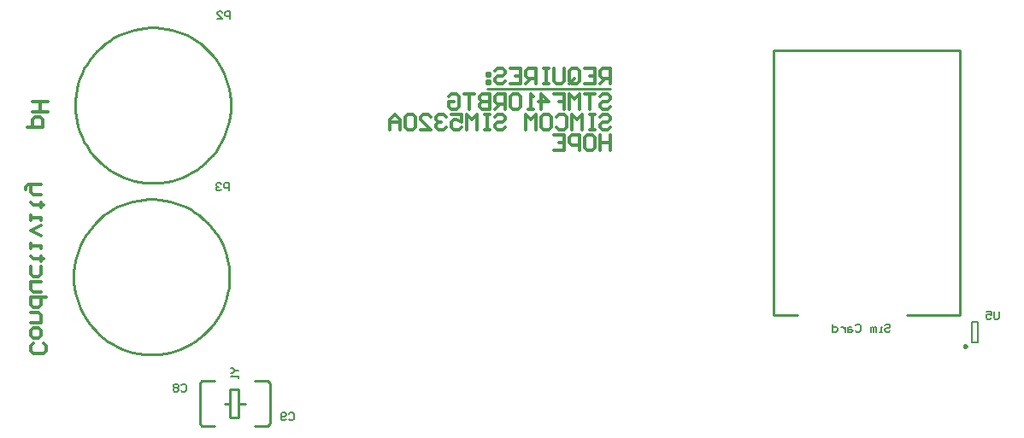
<source format=gbo>
%FSTAX24Y24*%
%MOIN*%
%SFA1B1*%

%IPPOS*%
%ADD30C,0.010000*%
%ADD48C,0.007900*%
%ADD49C,0.009800*%
%ADD51C,0.007000*%
%ADD53C,0.012000*%
%LNsensorplatformv3-1*%
%LPD*%
G54D30*
X008136Y00605D02*
D01*
X008128Y006261*
X008106Y006472*
X008069Y006681*
X008018Y006886*
X007952Y007088*
X007873Y007284*
X00778Y007475*
X007674Y007658*
X007556Y007834*
X007425Y008001*
X007283Y008158*
X007131Y008306*
X006969Y008442*
X006797Y008566*
X006618Y008679*
X00643Y008778*
X006237Y008864*
X006038Y008937*
X005834Y008995*
X005627Y009039*
X005417Y009069*
X005205Y009084*
X004994*
X004782Y009069*
X004572Y009039*
X004365Y008995*
X004161Y008937*
X003962Y008864*
X003769Y008778*
X003581Y008679*
X003402Y008566*
X00323Y008442*
X003068Y008306*
X002916Y008158*
X002774Y008001*
X002643Y007834*
X002525Y007658*
X002419Y007475*
X002326Y007284*
X002247Y007088*
X002181Y006886*
X00213Y006681*
X002093Y006472*
X002071Y006261*
X002064Y00605*
X002071Y005838*
X002093Y005627*
X00213Y005418*
X002181Y005213*
X002247Y005011*
X002326Y004815*
X002419Y004624*
X002525Y004441*
X002643Y004265*
X002774Y004098*
X002916Y003941*
X003068Y003793*
X00323Y003657*
X003402Y003533*
X003582Y00342*
X003769Y003321*
X003962Y003235*
X004161Y003162*
X004365Y003104*
X004572Y00306*
X004782Y00303*
X004994Y003015*
X005205*
X005417Y00303*
X005627Y00306*
X005834Y003104*
X006038Y003162*
X006237Y003235*
X00643Y003321*
X006618Y00342*
X006797Y003533*
X006969Y003657*
X007131Y003793*
X007283Y003941*
X007425Y004098*
X007556Y004265*
X007674Y004441*
X00778Y004624*
X007873Y004815*
X007952Y005011*
X008018Y005213*
X008069Y005418*
X008106Y005627*
X008128Y005838*
X008136Y00605*
X008186Y01275D02*
D01*
X008178Y012961*
X008156Y013172*
X008119Y013381*
X008068Y013586*
X008002Y013788*
X007923Y013984*
X00783Y014175*
X007724Y014358*
X007606Y014534*
X007475Y014701*
X007333Y014858*
X007181Y015006*
X007019Y015142*
X006847Y015266*
X006668Y015379*
X00648Y015478*
X006287Y015564*
X006088Y015637*
X005884Y015695*
X005677Y015739*
X005467Y015769*
X005255Y015784*
X005044*
X004832Y015769*
X004622Y015739*
X004415Y015695*
X004211Y015637*
X004012Y015564*
X003819Y015478*
X003631Y015379*
X003452Y015266*
X00328Y015142*
X003118Y015006*
X002966Y014858*
X002824Y014701*
X002693Y014534*
X002575Y014358*
X002469Y014175*
X002376Y013984*
X002297Y013788*
X002231Y013586*
X00218Y013381*
X002143Y013172*
X002121Y012961*
X002114Y01275*
X002121Y012538*
X002143Y012327*
X00218Y012118*
X002231Y011913*
X002297Y011711*
X002376Y011515*
X002469Y011324*
X002575Y011141*
X002693Y010965*
X002824Y010798*
X002966Y010641*
X003118Y010493*
X00328Y010357*
X003452Y010233*
X003632Y01012*
X003819Y010021*
X004012Y009935*
X004211Y009862*
X004415Y009804*
X004622Y00976*
X004832Y00973*
X005044Y009715*
X005255*
X005467Y00973*
X005677Y00976*
X005884Y009804*
X006088Y009862*
X006287Y009935*
X00648Y010021*
X006668Y01012*
X006847Y010233*
X007019Y010357*
X007181Y010493*
X007333Y010641*
X007475Y010798*
X007606Y010965*
X007724Y011141*
X00783Y011324*
X007923Y011515*
X008002Y011711*
X008068Y011913*
X008119Y012118*
X008156Y012327*
X008178Y012538*
X008186Y01275*
X0182Y0134D02*
X023D01*
X029363Y004547D02*
Y014902D01*
Y004547D02*
X030298D01*
X029363Y014902D02*
X036617D01*
X036637Y004547D02*
Y014882D01*
X03457Y004547D02*
X036637D01*
X006972Y000313D02*
Y001887D01*
Y000313D02*
X00707Y000214D01*
X006972Y001887D02*
X00707Y001986D01*
Y000214D02*
X007563D01*
X00707Y001986D02*
X007563D01*
X009137Y000214D02*
X00963D01*
X009137Y001986D02*
X00963D01*
X009728Y000313D02*
Y001887D01*
X00963Y000214D02*
X009728Y000313D01*
X00963Y001986D02*
X009728Y001887D01*
X007956Y0011D02*
X008153D01*
X008498D02*
X008744D01*
X008498Y000559D02*
Y0011D01*
X008153Y000559D02*
Y0011D01*
Y000559D02*
X008498D01*
X008153Y0011D02*
Y001641D01*
X008498*
Y0011D02*
Y001641D01*
G54D48*
X037318Y003506D02*
Y004294D01*
X037082Y003506D02*
Y004294D01*
X037318*
X037082Y003506D02*
X037318D01*
G54D49*
X036875Y003349D02*
D01*
X036874Y003352*
X036874Y003355*
X036873Y003359*
X036873Y003362*
X036872Y003365*
X03687Y003368*
X036869Y003372*
X036867Y003374*
X036865Y003377*
X036863Y00338*
X036861Y003383*
X036858Y003385*
X036856Y003387*
X036853Y003389*
X03685Y003391*
X036847Y003393*
X036844Y003394*
X036841Y003395*
X036837Y003396*
X036834Y003397*
X036831Y003397*
X036827Y003397*
X036824*
X03682Y003397*
X036817Y003397*
X036814Y003396*
X03681Y003395*
X036807Y003394*
X036804Y003393*
X036801Y003391*
X036798Y003389*
X036795Y003387*
X036793Y003385*
X03679Y003383*
X036788Y00338*
X036786Y003377*
X036784Y003374*
X036782Y003372*
X036781Y003368*
X036779Y003365*
X036778Y003362*
X036778Y003359*
X036777Y003355*
X036777Y003352*
X036777Y003349*
X036777Y003345*
X036777Y003342*
X036778Y003338*
X036778Y003335*
X036779Y003332*
X036781Y003329*
X036782Y003325*
X036784Y003323*
X036786Y00332*
X036788Y003317*
X03679Y003314*
X036793Y003312*
X036795Y00331*
X036798Y003308*
X036801Y003306*
X036804Y003304*
X036807Y003303*
X03681Y003302*
X036814Y003301*
X036817Y0033*
X03682Y0033*
X036824Y0033*
X036827*
X036831Y0033*
X036834Y0033*
X036837Y003301*
X036841Y003302*
X036844Y003303*
X036847Y003304*
X03685Y003306*
X036853Y003308*
X036856Y00331*
X036858Y003312*
X036861Y003314*
X036863Y003317*
X036865Y00332*
X036867Y003323*
X036869Y003325*
X03687Y003329*
X036872Y003332*
X036873Y003335*
X036873Y003338*
X036874Y003342*
X036874Y003345*
X036875Y003349*
G54D51*
X0337Y00415D02*
X03375Y0042D01*
X03385*
X0339Y00415*
Y0041*
X03385Y00405*
X03375*
X0337Y004*
Y00395*
X03375Y0039*
X03385*
X0339Y00395*
X0336Y0039D02*
X0335D01*
X03355*
Y0041*
X0336*
X03335Y0039D02*
Y0041D01*
X0333*
X03325Y00405*
Y0039*
Y00405*
X0332Y0041*
X03315Y00405*
Y0039*
X03255Y00415D02*
X0326Y0042D01*
X0327*
X03275Y00415*
Y00395*
X0327Y0039*
X0326*
X03255Y00395*
X0324Y0041D02*
X032301D01*
X032251Y00405*
Y0039*
X0324*
X03245Y00395*
X0324Y004*
X032251*
X032151Y0041D02*
Y0039D01*
Y004*
X032101Y00405*
X032051Y0041*
X032001*
X031651Y0042D02*
Y0039D01*
X031801*
X031851Y00395*
Y00405*
X031801Y0041*
X031651*
X0082Y0025D02*
X00825D01*
X00835Y0024*
X00825Y0023*
X0082*
X00835Y0024D02*
X0085D01*
Y0022D02*
Y0021D01*
Y00215*
X0082*
X00825Y0022*
X03815Y0047D02*
Y00445D01*
X0381Y0044*
X038*
X03795Y00445*
Y0047*
X03765D02*
X03785D01*
Y00455*
X03775Y0046*
X0377*
X03765Y00455*
Y00445*
X0377Y0044*
X0378*
X03785Y00445*
X00812Y00941D02*
Y00971D01*
X00797*
X00792Y00966*
Y00956*
X00797Y00951*
X00812*
X00782Y00966D02*
X00777Y00971D01*
X00767*
X00762Y00966*
Y00961*
X00767Y00956*
X00772*
X00767*
X00762Y00951*
Y00946*
X00767Y00941*
X00777*
X00782Y00946*
X00817Y01611D02*
Y01641D01*
X00802*
X00797Y01636*
Y01626*
X00802Y01621*
X00817*
X00767Y01611D02*
X00787D01*
X00767Y01631*
Y01636*
X00772Y01641*
X00782*
X00787Y01636*
X01045Y0007D02*
X0105Y00075D01*
X0106*
X01065Y0007*
Y0005*
X0106Y00045*
X0105*
X01045Y0005*
X01035D02*
X0103Y00045D01*
X0102*
X01015Y0005*
Y0007*
X0102Y00075*
X0103*
X01035Y0007*
Y00065*
X0103Y0006*
X01015*
X00625Y00181D02*
X0063Y00186D01*
X0064*
X00645Y00181*
Y00161*
X0064Y00156*
X0063*
X00625Y00161*
X00615Y00181D02*
X0061Y00186D01*
X006*
X00595Y00181*
Y00176*
X006Y00171*
X00595Y00166*
Y00161*
X006Y00156*
X0061*
X00615Y00161*
Y00166*
X0061Y00171*
X00615Y00176*
Y00181*
X0061Y00171D02*
X006D01*
G54D53*
X023Y0136D02*
Y0142D01*
X0227*
X0226Y0141*
Y0139*
X0227Y0138*
X023*
X0228D02*
X0226Y0136D01*
X022Y0142D02*
X0224D01*
Y0136*
X022*
X0224Y0139D02*
X0222D01*
X021401Y0137D02*
Y0141D01*
X0215Y0142*
X0217*
X0218Y0141*
Y0137*
X0217Y0136*
X0215*
X0216Y0138D02*
X021401Y0136D01*
X0215D02*
X021401Y0137D01*
X021201Y0142D02*
Y0137D01*
X021101Y0136*
X020901*
X020801Y0137*
Y0142*
X020601D02*
X020401D01*
X020501*
Y0136*
X020601*
X020401*
X020101D02*
Y0142D01*
X019801*
X019701Y0141*
Y0139*
X019801Y0138*
X020101*
X019901D02*
X019701Y0136D01*
X019101Y0142D02*
X019501D01*
Y0136*
X019101*
X019501Y0139D02*
X019301D01*
X018501Y0141D02*
X018601Y0142D01*
X018801*
X018901Y0141*
Y014*
X018801Y0139*
X018601*
X018501Y0138*
Y0137*
X018601Y0136*
X018801*
X018901Y0137*
X018302Y014D02*
X018202D01*
Y0139*
X018302*
Y014*
Y0137D02*
X018202D01*
Y0136*
X018302*
Y0137*
X023Y0116D02*
Y011D01*
Y0113*
X0226*
Y0116*
Y011*
X0221Y0116D02*
X0223D01*
X0224Y0115*
Y0111*
X0223Y011*
X0221*
X022Y0111*
Y0115*
X0221Y0116*
X0218Y011D02*
Y0116D01*
X0215*
X021401Y0115*
Y0113*
X0215Y0112*
X0218*
X020801Y0116D02*
X021201D01*
Y011*
X020801*
X021201Y0113D02*
X021001D01*
X0226Y0123D02*
X0227Y0124D01*
X0229*
X023Y0123*
Y0122*
X0229Y0121*
X0227*
X0226Y012*
Y0119*
X0227Y0118*
X0229*
X023Y0119*
X0224Y0124D02*
X0222D01*
X0223*
Y0118*
X0224*
X0222*
X0219D02*
Y0124D01*
X0217Y0122*
X0215Y0124*
Y0118*
X020901Y0123D02*
X021001Y0124D01*
X021201*
X021301Y0123*
Y0119*
X021201Y0118*
X021001*
X020901Y0119*
X020401Y0124D02*
X020601D01*
X020701Y0123*
Y0119*
X020601Y0118*
X020401*
X020301Y0119*
Y0123*
X020401Y0124*
X020101Y0118D02*
Y0124D01*
X019901Y0122*
X019701Y0124*
Y0118*
X018501Y0123D02*
X018601Y0124D01*
X018801*
X018901Y0123*
Y0122*
X018801Y0121*
X018601*
X018501Y012*
Y0119*
X018601Y0118*
X018801*
X018901Y0119*
X018302Y0124D02*
X018102D01*
X018202*
Y0118*
X018302*
X018102*
X017802D02*
Y0124D01*
X017602Y0122*
X017402Y0124*
Y0118*
X016802Y0124D02*
X017202D01*
Y0121*
X017002Y0122*
X016902*
X016802Y0121*
Y0119*
X016902Y0118*
X017102*
X017202Y0119*
X016602Y0123D02*
X016502Y0124D01*
X016302*
X016202Y0123*
Y0122*
X016302Y0121*
X016402*
X016302*
X016202Y012*
Y0119*
X016302Y0118*
X016502*
X016602Y0119*
X015602Y0118D02*
X016002D01*
X015602Y0122*
Y0123*
X015702Y0124*
X015902*
X016002Y0123*
X015402D02*
X015302Y0124D01*
X015103*
X015003Y0123*
Y0119*
X015103Y0118*
X015302*
X015402Y0119*
Y0123*
X014803Y0118D02*
Y0122D01*
X014603Y0124*
X014403Y0122*
Y0118*
Y0121*
X014803*
X0226Y0131D02*
X0227Y0132D01*
X0229*
X023Y0131*
Y013*
X0229Y0129*
X0227*
X0226Y0128*
Y0127*
X0227Y0126*
X0229*
X023Y0127*
X0224Y0132D02*
X022D01*
X0222*
Y0126*
X0218D02*
Y0132D01*
X0216Y013*
X021401Y0132*
Y0126*
X020801Y0132D02*
X021201D01*
Y0129*
X021001*
X021201*
Y0126*
X020301D02*
Y0132D01*
X020601Y0129*
X020201*
X020001Y0126D02*
X019801D01*
X019901*
Y0132*
X020001Y0131*
X019501D02*
X019401Y0132D01*
X019201*
X019101Y0131*
Y0127*
X019201Y0126*
X019401*
X019501Y0127*
Y0131*
X018901Y0126D02*
Y0132D01*
X018601*
X018501Y0131*
Y0129*
X018601Y0128*
X018901*
X018701D02*
X018501Y0126D01*
X018302Y0132D02*
Y0126D01*
X018002*
X017902Y0127*
Y0128*
X018002Y0129*
X018302*
X018002*
X017902Y013*
Y0131*
X018002Y0132*
X018302*
X017702D02*
X017302D01*
X017502*
Y0126*
X016702Y0131D02*
X016802Y0132D01*
X017002*
X017102Y0131*
Y0127*
X017002Y0126*
X016802*
X016702Y0127*
Y0129*
X016902*
X0009Y00345D02*
X001Y00335D01*
Y00315*
X0009Y00305*
X0005*
X0004Y00315*
Y00335*
X0005Y00345*
X0004Y00375D02*
Y00395D01*
X0005Y00405*
X0007*
X0008Y00395*
Y00375*
X0007Y00365*
X0005*
X0004Y00375*
Y00425D02*
X0008D01*
Y00455*
X0007Y004649*
X0004*
X001Y005249D02*
X0004D01*
Y004949*
X0005Y004849*
X0007*
X0008Y004949*
Y005249*
Y005449D02*
X0005D01*
X0004Y005549*
Y005849*
X0008*
Y006449D02*
Y006149D01*
X0007Y006049*
X0005*
X0004Y006149*
Y006449*
X0009Y006749D02*
X0008D01*
Y006649*
Y006849*
Y006749*
X0005*
X0004Y006849*
Y007149D02*
Y007349D01*
Y007249*
X0008*
Y007149*
Y007649D02*
X0004Y007848D01*
X0008Y008048*
X0004Y008248D02*
Y008448D01*
Y008348*
X0008*
Y008248*
X0009Y008848D02*
X0008D01*
Y008748*
Y008948*
Y008848*
X0005*
X0004Y008948*
X0008Y009248D02*
X0005D01*
X0004Y009348*
Y009648*
X0003*
X0002Y009548*
Y009448*
X0004Y009648D02*
X0008D01*
X00025Y0119D02*
X00085D01*
Y0122*
X00075Y0123*
X00055*
X00045Y0122*
Y0119*
X00105Y0125D02*
X00045D01*
X00075*
Y0129*
X00105*
X00045*
M02*
</source>
